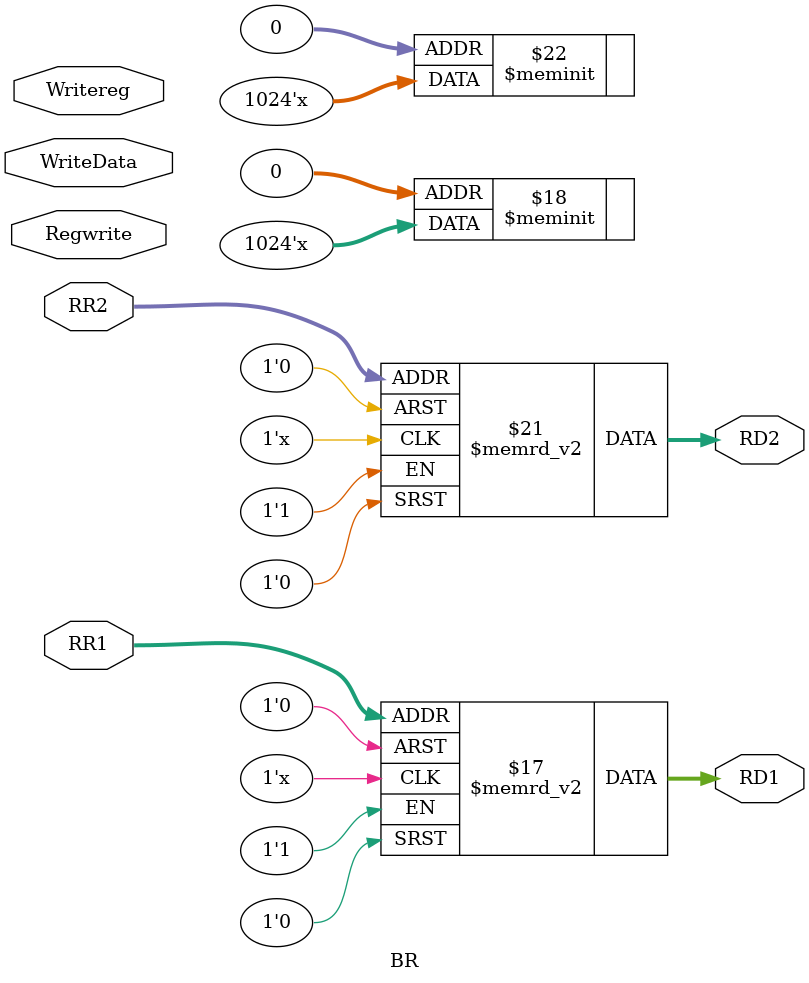
<source format=v>
module BR(//definicion del modulo
	input [4:0] RR1,		//leector de regstro 1
	input [4:0] RR2,		//leector de registro 2
	input [4:0] Writereg, 	//escritura de  registro
	input [31:0] WriteData, //escribir datos
	input Regwrite, 		//1 bit de entrada
	output reg [31:0] RD1,	//salida 1 tipo registro 
	output reg [31:0] RD2	//salida 2
);
//Componentes del BR
reg [31:0] BR [0:31];

//CUerpo del modulo
always @* begin
		RD1=BR[RR1];			//siempre lee
		RD2=BR[RR2];			//siempre lee
	if(Regwrite)begin			//Si Regwrite es exactamente igual a 1 hace (escribir), booleano
		BR[Writereg]=WriteData;//escribir
	end 
end
endmodule
</source>
